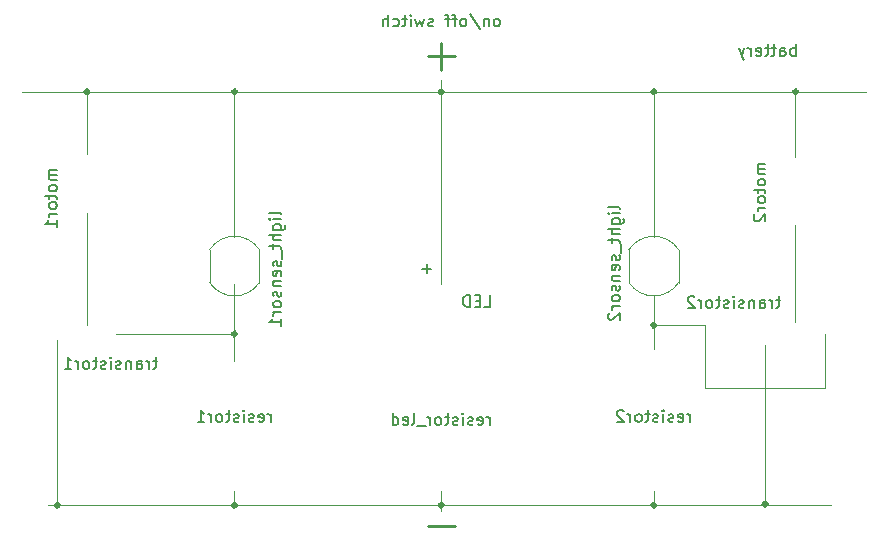
<source format=gbr>
%TF.GenerationSoftware,KiCad,Pcbnew,8.0.6*%
%TF.CreationDate,2024-11-17T18:19:46+01:00*%
%TF.ProjectId,MakerBot,4d616b65-7242-46f7-942e-6b696361645f,rev?*%
%TF.SameCoordinates,Original*%
%TF.FileFunction,Legend,Bot*%
%TF.FilePolarity,Positive*%
%FSLAX46Y46*%
G04 Gerber Fmt 4.6, Leading zero omitted, Abs format (unit mm)*
G04 Created by KiCad (PCBNEW 8.0.6) date 2024-11-17 18:19:46*
%MOMM*%
%LPD*%
G01*
G04 APERTURE LIST*
%ADD10C,0.120000*%
%ADD11C,0.314000*%
%ADD12C,0.100000*%
%ADD13C,0.150000*%
%ADD14C,0.250000*%
G04 APERTURE END LIST*
D10*
X222504000Y-86106000D02*
X212344000Y-86106000D01*
X217424000Y-95904000D02*
X217424000Y-82404000D01*
D11*
X208161000Y-61000000D02*
G75*
G02*
X207847000Y-61000000I-157000J0D01*
G01*
X207847000Y-61000000D02*
G75*
G02*
X208161000Y-61000000I157000J0D01*
G01*
X190161000Y-96000000D02*
G75*
G02*
X189847000Y-96000000I-157000J0D01*
G01*
X189847000Y-96000000D02*
G75*
G02*
X190161000Y-96000000I157000J0D01*
G01*
D10*
X160000000Y-80750000D02*
X160000000Y-71250000D01*
X156750000Y-96000000D02*
X223000000Y-96000000D01*
D11*
X217581000Y-95904000D02*
G75*
G02*
X217267000Y-95904000I-157000J0D01*
G01*
X217267000Y-95904000D02*
G75*
G02*
X217581000Y-95904000I157000J0D01*
G01*
D10*
X220000000Y-80500000D02*
X220000000Y-72250000D01*
X226000000Y-61000000D02*
X154500000Y-61000000D01*
X212344000Y-86106000D02*
X212344000Y-80772000D01*
X190000000Y-96500000D02*
X190000000Y-94750000D01*
D11*
X208161000Y-96000000D02*
G75*
G02*
X207847000Y-96000000I-157000J0D01*
G01*
X207847000Y-96000000D02*
G75*
G02*
X208161000Y-96000000I157000J0D01*
G01*
D12*
X172500000Y-81500000D02*
X162500000Y-81500000D01*
X172500000Y-77250000D02*
X172500000Y-83750000D01*
D10*
X190000000Y-60000000D02*
X190000000Y-77250000D01*
D11*
X172657000Y-81500000D02*
G75*
G02*
X172343000Y-81500000I-157000J0D01*
G01*
X172343000Y-81500000D02*
G75*
G02*
X172657000Y-81500000I157000J0D01*
G01*
D10*
X208000000Y-96000000D02*
X208000000Y-94750000D01*
X220000000Y-66500000D02*
X220000000Y-61000000D01*
D11*
X190161000Y-61000000D02*
G75*
G02*
X189847000Y-61000000I-157000J0D01*
G01*
X189847000Y-61000000D02*
G75*
G02*
X190161000Y-61000000I157000J0D01*
G01*
D10*
X212344000Y-80772000D02*
X208000000Y-80772000D01*
D11*
X172661000Y-61000000D02*
G75*
G02*
X172347000Y-61000000I-157000J0D01*
G01*
X172347000Y-61000000D02*
G75*
G02*
X172661000Y-61000000I157000J0D01*
G01*
D10*
X222504000Y-81534000D02*
X222504000Y-86106000D01*
D11*
X172661000Y-96000000D02*
G75*
G02*
X172347000Y-96000000I-157000J0D01*
G01*
X172347000Y-96000000D02*
G75*
G02*
X172661000Y-96000000I157000J0D01*
G01*
X160161000Y-61000000D02*
G75*
G02*
X159847000Y-61000000I-157000J0D01*
G01*
X159847000Y-61000000D02*
G75*
G02*
X160161000Y-61000000I157000J0D01*
G01*
X220157000Y-61000000D02*
G75*
G02*
X219843000Y-61000000I-157000J0D01*
G01*
X219843000Y-61000000D02*
G75*
G02*
X220157000Y-61000000I157000J0D01*
G01*
D10*
X160000000Y-61000000D02*
X160000000Y-66250000D01*
X172500000Y-61000000D02*
X172500000Y-73250000D01*
X157500000Y-96000000D02*
X157500000Y-82000000D01*
X172500000Y-96000000D02*
X172500000Y-94750000D01*
X208000000Y-61000000D02*
X208000000Y-73250000D01*
D11*
X157661000Y-96000000D02*
G75*
G02*
X157347000Y-96000000I-157000J0D01*
G01*
X157347000Y-96000000D02*
G75*
G02*
X157661000Y-96000000I157000J0D01*
G01*
X208157000Y-80772000D02*
G75*
G02*
X207843000Y-80772000I-157000J0D01*
G01*
X207843000Y-80772000D02*
G75*
G02*
X208157000Y-80772000I157000J0D01*
G01*
D10*
X208000000Y-82750000D02*
X208000000Y-78250000D01*
D13*
X189163220Y-75988866D02*
X188401316Y-75988866D01*
X188782268Y-76369819D02*
X188782268Y-75607914D01*
D14*
X191164473Y-97727000D02*
X188878759Y-97727000D01*
X191164473Y-57977000D02*
X188878759Y-57977000D01*
X190021616Y-59119857D02*
X190021616Y-56834142D01*
D13*
X194119048Y-89204819D02*
X194119048Y-88538152D01*
X194119048Y-88728628D02*
X194071429Y-88633390D01*
X194071429Y-88633390D02*
X194023810Y-88585771D01*
X194023810Y-88585771D02*
X193928572Y-88538152D01*
X193928572Y-88538152D02*
X193833334Y-88538152D01*
X193119048Y-89157200D02*
X193214286Y-89204819D01*
X193214286Y-89204819D02*
X193404762Y-89204819D01*
X193404762Y-89204819D02*
X193500000Y-89157200D01*
X193500000Y-89157200D02*
X193547619Y-89061961D01*
X193547619Y-89061961D02*
X193547619Y-88681009D01*
X193547619Y-88681009D02*
X193500000Y-88585771D01*
X193500000Y-88585771D02*
X193404762Y-88538152D01*
X193404762Y-88538152D02*
X193214286Y-88538152D01*
X193214286Y-88538152D02*
X193119048Y-88585771D01*
X193119048Y-88585771D02*
X193071429Y-88681009D01*
X193071429Y-88681009D02*
X193071429Y-88776247D01*
X193071429Y-88776247D02*
X193547619Y-88871485D01*
X192690476Y-89157200D02*
X192595238Y-89204819D01*
X192595238Y-89204819D02*
X192404762Y-89204819D01*
X192404762Y-89204819D02*
X192309524Y-89157200D01*
X192309524Y-89157200D02*
X192261905Y-89061961D01*
X192261905Y-89061961D02*
X192261905Y-89014342D01*
X192261905Y-89014342D02*
X192309524Y-88919104D01*
X192309524Y-88919104D02*
X192404762Y-88871485D01*
X192404762Y-88871485D02*
X192547619Y-88871485D01*
X192547619Y-88871485D02*
X192642857Y-88823866D01*
X192642857Y-88823866D02*
X192690476Y-88728628D01*
X192690476Y-88728628D02*
X192690476Y-88681009D01*
X192690476Y-88681009D02*
X192642857Y-88585771D01*
X192642857Y-88585771D02*
X192547619Y-88538152D01*
X192547619Y-88538152D02*
X192404762Y-88538152D01*
X192404762Y-88538152D02*
X192309524Y-88585771D01*
X191833333Y-89204819D02*
X191833333Y-88538152D01*
X191833333Y-88204819D02*
X191880952Y-88252438D01*
X191880952Y-88252438D02*
X191833333Y-88300057D01*
X191833333Y-88300057D02*
X191785714Y-88252438D01*
X191785714Y-88252438D02*
X191833333Y-88204819D01*
X191833333Y-88204819D02*
X191833333Y-88300057D01*
X191404762Y-89157200D02*
X191309524Y-89204819D01*
X191309524Y-89204819D02*
X191119048Y-89204819D01*
X191119048Y-89204819D02*
X191023810Y-89157200D01*
X191023810Y-89157200D02*
X190976191Y-89061961D01*
X190976191Y-89061961D02*
X190976191Y-89014342D01*
X190976191Y-89014342D02*
X191023810Y-88919104D01*
X191023810Y-88919104D02*
X191119048Y-88871485D01*
X191119048Y-88871485D02*
X191261905Y-88871485D01*
X191261905Y-88871485D02*
X191357143Y-88823866D01*
X191357143Y-88823866D02*
X191404762Y-88728628D01*
X191404762Y-88728628D02*
X191404762Y-88681009D01*
X191404762Y-88681009D02*
X191357143Y-88585771D01*
X191357143Y-88585771D02*
X191261905Y-88538152D01*
X191261905Y-88538152D02*
X191119048Y-88538152D01*
X191119048Y-88538152D02*
X191023810Y-88585771D01*
X190690476Y-88538152D02*
X190309524Y-88538152D01*
X190547619Y-88204819D02*
X190547619Y-89061961D01*
X190547619Y-89061961D02*
X190500000Y-89157200D01*
X190500000Y-89157200D02*
X190404762Y-89204819D01*
X190404762Y-89204819D02*
X190309524Y-89204819D01*
X189833333Y-89204819D02*
X189928571Y-89157200D01*
X189928571Y-89157200D02*
X189976190Y-89109580D01*
X189976190Y-89109580D02*
X190023809Y-89014342D01*
X190023809Y-89014342D02*
X190023809Y-88728628D01*
X190023809Y-88728628D02*
X189976190Y-88633390D01*
X189976190Y-88633390D02*
X189928571Y-88585771D01*
X189928571Y-88585771D02*
X189833333Y-88538152D01*
X189833333Y-88538152D02*
X189690476Y-88538152D01*
X189690476Y-88538152D02*
X189595238Y-88585771D01*
X189595238Y-88585771D02*
X189547619Y-88633390D01*
X189547619Y-88633390D02*
X189500000Y-88728628D01*
X189500000Y-88728628D02*
X189500000Y-89014342D01*
X189500000Y-89014342D02*
X189547619Y-89109580D01*
X189547619Y-89109580D02*
X189595238Y-89157200D01*
X189595238Y-89157200D02*
X189690476Y-89204819D01*
X189690476Y-89204819D02*
X189833333Y-89204819D01*
X189071428Y-89204819D02*
X189071428Y-88538152D01*
X189071428Y-88728628D02*
X189023809Y-88633390D01*
X189023809Y-88633390D02*
X188976190Y-88585771D01*
X188976190Y-88585771D02*
X188880952Y-88538152D01*
X188880952Y-88538152D02*
X188785714Y-88538152D01*
X188690476Y-89300057D02*
X187928571Y-89300057D01*
X187547618Y-89204819D02*
X187642856Y-89157200D01*
X187642856Y-89157200D02*
X187690475Y-89061961D01*
X187690475Y-89061961D02*
X187690475Y-88204819D01*
X186785713Y-89157200D02*
X186880951Y-89204819D01*
X186880951Y-89204819D02*
X187071427Y-89204819D01*
X187071427Y-89204819D02*
X187166665Y-89157200D01*
X187166665Y-89157200D02*
X187214284Y-89061961D01*
X187214284Y-89061961D02*
X187214284Y-88681009D01*
X187214284Y-88681009D02*
X187166665Y-88585771D01*
X187166665Y-88585771D02*
X187071427Y-88538152D01*
X187071427Y-88538152D02*
X186880951Y-88538152D01*
X186880951Y-88538152D02*
X186785713Y-88585771D01*
X186785713Y-88585771D02*
X186738094Y-88681009D01*
X186738094Y-88681009D02*
X186738094Y-88776247D01*
X186738094Y-88776247D02*
X187214284Y-88871485D01*
X185880951Y-89204819D02*
X185880951Y-88204819D01*
X185880951Y-89157200D02*
X185976189Y-89204819D01*
X185976189Y-89204819D02*
X186166665Y-89204819D01*
X186166665Y-89204819D02*
X186261903Y-89157200D01*
X186261903Y-89157200D02*
X186309522Y-89109580D01*
X186309522Y-89109580D02*
X186357141Y-89014342D01*
X186357141Y-89014342D02*
X186357141Y-88728628D01*
X186357141Y-88728628D02*
X186309522Y-88633390D01*
X186309522Y-88633390D02*
X186261903Y-88585771D01*
X186261903Y-88585771D02*
X186166665Y-88538152D01*
X186166665Y-88538152D02*
X185976189Y-88538152D01*
X185976189Y-88538152D02*
X185880951Y-88585771D01*
X194785714Y-55454819D02*
X194880952Y-55407200D01*
X194880952Y-55407200D02*
X194928571Y-55359580D01*
X194928571Y-55359580D02*
X194976190Y-55264342D01*
X194976190Y-55264342D02*
X194976190Y-54978628D01*
X194976190Y-54978628D02*
X194928571Y-54883390D01*
X194928571Y-54883390D02*
X194880952Y-54835771D01*
X194880952Y-54835771D02*
X194785714Y-54788152D01*
X194785714Y-54788152D02*
X194642857Y-54788152D01*
X194642857Y-54788152D02*
X194547619Y-54835771D01*
X194547619Y-54835771D02*
X194500000Y-54883390D01*
X194500000Y-54883390D02*
X194452381Y-54978628D01*
X194452381Y-54978628D02*
X194452381Y-55264342D01*
X194452381Y-55264342D02*
X194500000Y-55359580D01*
X194500000Y-55359580D02*
X194547619Y-55407200D01*
X194547619Y-55407200D02*
X194642857Y-55454819D01*
X194642857Y-55454819D02*
X194785714Y-55454819D01*
X194023809Y-54788152D02*
X194023809Y-55454819D01*
X194023809Y-54883390D02*
X193976190Y-54835771D01*
X193976190Y-54835771D02*
X193880952Y-54788152D01*
X193880952Y-54788152D02*
X193738095Y-54788152D01*
X193738095Y-54788152D02*
X193642857Y-54835771D01*
X193642857Y-54835771D02*
X193595238Y-54931009D01*
X193595238Y-54931009D02*
X193595238Y-55454819D01*
X192404762Y-54407200D02*
X193261904Y-55692914D01*
X191928571Y-55454819D02*
X192023809Y-55407200D01*
X192023809Y-55407200D02*
X192071428Y-55359580D01*
X192071428Y-55359580D02*
X192119047Y-55264342D01*
X192119047Y-55264342D02*
X192119047Y-54978628D01*
X192119047Y-54978628D02*
X192071428Y-54883390D01*
X192071428Y-54883390D02*
X192023809Y-54835771D01*
X192023809Y-54835771D02*
X191928571Y-54788152D01*
X191928571Y-54788152D02*
X191785714Y-54788152D01*
X191785714Y-54788152D02*
X191690476Y-54835771D01*
X191690476Y-54835771D02*
X191642857Y-54883390D01*
X191642857Y-54883390D02*
X191595238Y-54978628D01*
X191595238Y-54978628D02*
X191595238Y-55264342D01*
X191595238Y-55264342D02*
X191642857Y-55359580D01*
X191642857Y-55359580D02*
X191690476Y-55407200D01*
X191690476Y-55407200D02*
X191785714Y-55454819D01*
X191785714Y-55454819D02*
X191928571Y-55454819D01*
X191309523Y-54788152D02*
X190928571Y-54788152D01*
X191166666Y-55454819D02*
X191166666Y-54597676D01*
X191166666Y-54597676D02*
X191119047Y-54502438D01*
X191119047Y-54502438D02*
X191023809Y-54454819D01*
X191023809Y-54454819D02*
X190928571Y-54454819D01*
X190738094Y-54788152D02*
X190357142Y-54788152D01*
X190595237Y-55454819D02*
X190595237Y-54597676D01*
X190595237Y-54597676D02*
X190547618Y-54502438D01*
X190547618Y-54502438D02*
X190452380Y-54454819D01*
X190452380Y-54454819D02*
X190357142Y-54454819D01*
X189309522Y-55407200D02*
X189214284Y-55454819D01*
X189214284Y-55454819D02*
X189023808Y-55454819D01*
X189023808Y-55454819D02*
X188928570Y-55407200D01*
X188928570Y-55407200D02*
X188880951Y-55311961D01*
X188880951Y-55311961D02*
X188880951Y-55264342D01*
X188880951Y-55264342D02*
X188928570Y-55169104D01*
X188928570Y-55169104D02*
X189023808Y-55121485D01*
X189023808Y-55121485D02*
X189166665Y-55121485D01*
X189166665Y-55121485D02*
X189261903Y-55073866D01*
X189261903Y-55073866D02*
X189309522Y-54978628D01*
X189309522Y-54978628D02*
X189309522Y-54931009D01*
X189309522Y-54931009D02*
X189261903Y-54835771D01*
X189261903Y-54835771D02*
X189166665Y-54788152D01*
X189166665Y-54788152D02*
X189023808Y-54788152D01*
X189023808Y-54788152D02*
X188928570Y-54835771D01*
X188547617Y-54788152D02*
X188357141Y-55454819D01*
X188357141Y-55454819D02*
X188166665Y-54978628D01*
X188166665Y-54978628D02*
X187976189Y-55454819D01*
X187976189Y-55454819D02*
X187785713Y-54788152D01*
X187404760Y-55454819D02*
X187404760Y-54788152D01*
X187404760Y-54454819D02*
X187452379Y-54502438D01*
X187452379Y-54502438D02*
X187404760Y-54550057D01*
X187404760Y-54550057D02*
X187357141Y-54502438D01*
X187357141Y-54502438D02*
X187404760Y-54454819D01*
X187404760Y-54454819D02*
X187404760Y-54550057D01*
X187071427Y-54788152D02*
X186690475Y-54788152D01*
X186928570Y-54454819D02*
X186928570Y-55311961D01*
X186928570Y-55311961D02*
X186880951Y-55407200D01*
X186880951Y-55407200D02*
X186785713Y-55454819D01*
X186785713Y-55454819D02*
X186690475Y-55454819D01*
X185928570Y-55407200D02*
X186023808Y-55454819D01*
X186023808Y-55454819D02*
X186214284Y-55454819D01*
X186214284Y-55454819D02*
X186309522Y-55407200D01*
X186309522Y-55407200D02*
X186357141Y-55359580D01*
X186357141Y-55359580D02*
X186404760Y-55264342D01*
X186404760Y-55264342D02*
X186404760Y-54978628D01*
X186404760Y-54978628D02*
X186357141Y-54883390D01*
X186357141Y-54883390D02*
X186309522Y-54835771D01*
X186309522Y-54835771D02*
X186214284Y-54788152D01*
X186214284Y-54788152D02*
X186023808Y-54788152D01*
X186023808Y-54788152D02*
X185928570Y-54835771D01*
X185499998Y-55454819D02*
X185499998Y-54454819D01*
X185071427Y-55454819D02*
X185071427Y-54931009D01*
X185071427Y-54931009D02*
X185119046Y-54835771D01*
X185119046Y-54835771D02*
X185214284Y-54788152D01*
X185214284Y-54788152D02*
X185357141Y-54788152D01*
X185357141Y-54788152D02*
X185452379Y-54835771D01*
X185452379Y-54835771D02*
X185499998Y-54883390D01*
X217454819Y-67095238D02*
X216788152Y-67095238D01*
X216883390Y-67095238D02*
X216835771Y-67142857D01*
X216835771Y-67142857D02*
X216788152Y-67238095D01*
X216788152Y-67238095D02*
X216788152Y-67380952D01*
X216788152Y-67380952D02*
X216835771Y-67476190D01*
X216835771Y-67476190D02*
X216931009Y-67523809D01*
X216931009Y-67523809D02*
X217454819Y-67523809D01*
X216931009Y-67523809D02*
X216835771Y-67571428D01*
X216835771Y-67571428D02*
X216788152Y-67666666D01*
X216788152Y-67666666D02*
X216788152Y-67809523D01*
X216788152Y-67809523D02*
X216835771Y-67904762D01*
X216835771Y-67904762D02*
X216931009Y-67952381D01*
X216931009Y-67952381D02*
X217454819Y-67952381D01*
X217454819Y-68571428D02*
X217407200Y-68476190D01*
X217407200Y-68476190D02*
X217359580Y-68428571D01*
X217359580Y-68428571D02*
X217264342Y-68380952D01*
X217264342Y-68380952D02*
X216978628Y-68380952D01*
X216978628Y-68380952D02*
X216883390Y-68428571D01*
X216883390Y-68428571D02*
X216835771Y-68476190D01*
X216835771Y-68476190D02*
X216788152Y-68571428D01*
X216788152Y-68571428D02*
X216788152Y-68714285D01*
X216788152Y-68714285D02*
X216835771Y-68809523D01*
X216835771Y-68809523D02*
X216883390Y-68857142D01*
X216883390Y-68857142D02*
X216978628Y-68904761D01*
X216978628Y-68904761D02*
X217264342Y-68904761D01*
X217264342Y-68904761D02*
X217359580Y-68857142D01*
X217359580Y-68857142D02*
X217407200Y-68809523D01*
X217407200Y-68809523D02*
X217454819Y-68714285D01*
X217454819Y-68714285D02*
X217454819Y-68571428D01*
X216788152Y-69190476D02*
X216788152Y-69571428D01*
X216454819Y-69333333D02*
X217311961Y-69333333D01*
X217311961Y-69333333D02*
X217407200Y-69380952D01*
X217407200Y-69380952D02*
X217454819Y-69476190D01*
X217454819Y-69476190D02*
X217454819Y-69571428D01*
X217454819Y-70047619D02*
X217407200Y-69952381D01*
X217407200Y-69952381D02*
X217359580Y-69904762D01*
X217359580Y-69904762D02*
X217264342Y-69857143D01*
X217264342Y-69857143D02*
X216978628Y-69857143D01*
X216978628Y-69857143D02*
X216883390Y-69904762D01*
X216883390Y-69904762D02*
X216835771Y-69952381D01*
X216835771Y-69952381D02*
X216788152Y-70047619D01*
X216788152Y-70047619D02*
X216788152Y-70190476D01*
X216788152Y-70190476D02*
X216835771Y-70285714D01*
X216835771Y-70285714D02*
X216883390Y-70333333D01*
X216883390Y-70333333D02*
X216978628Y-70380952D01*
X216978628Y-70380952D02*
X217264342Y-70380952D01*
X217264342Y-70380952D02*
X217359580Y-70333333D01*
X217359580Y-70333333D02*
X217407200Y-70285714D01*
X217407200Y-70285714D02*
X217454819Y-70190476D01*
X217454819Y-70190476D02*
X217454819Y-70047619D01*
X217454819Y-70809524D02*
X216788152Y-70809524D01*
X216978628Y-70809524D02*
X216883390Y-70857143D01*
X216883390Y-70857143D02*
X216835771Y-70904762D01*
X216835771Y-70904762D02*
X216788152Y-71000000D01*
X216788152Y-71000000D02*
X216788152Y-71095238D01*
X216550057Y-71380953D02*
X216502438Y-71428572D01*
X216502438Y-71428572D02*
X216454819Y-71523810D01*
X216454819Y-71523810D02*
X216454819Y-71761905D01*
X216454819Y-71761905D02*
X216502438Y-71857143D01*
X216502438Y-71857143D02*
X216550057Y-71904762D01*
X216550057Y-71904762D02*
X216645295Y-71952381D01*
X216645295Y-71952381D02*
X216740533Y-71952381D01*
X216740533Y-71952381D02*
X216883390Y-71904762D01*
X216883390Y-71904762D02*
X217454819Y-71333334D01*
X217454819Y-71333334D02*
X217454819Y-71952381D01*
X211071428Y-88954819D02*
X211071428Y-88288152D01*
X211071428Y-88478628D02*
X211023809Y-88383390D01*
X211023809Y-88383390D02*
X210976190Y-88335771D01*
X210976190Y-88335771D02*
X210880952Y-88288152D01*
X210880952Y-88288152D02*
X210785714Y-88288152D01*
X210071428Y-88907200D02*
X210166666Y-88954819D01*
X210166666Y-88954819D02*
X210357142Y-88954819D01*
X210357142Y-88954819D02*
X210452380Y-88907200D01*
X210452380Y-88907200D02*
X210499999Y-88811961D01*
X210499999Y-88811961D02*
X210499999Y-88431009D01*
X210499999Y-88431009D02*
X210452380Y-88335771D01*
X210452380Y-88335771D02*
X210357142Y-88288152D01*
X210357142Y-88288152D02*
X210166666Y-88288152D01*
X210166666Y-88288152D02*
X210071428Y-88335771D01*
X210071428Y-88335771D02*
X210023809Y-88431009D01*
X210023809Y-88431009D02*
X210023809Y-88526247D01*
X210023809Y-88526247D02*
X210499999Y-88621485D01*
X209642856Y-88907200D02*
X209547618Y-88954819D01*
X209547618Y-88954819D02*
X209357142Y-88954819D01*
X209357142Y-88954819D02*
X209261904Y-88907200D01*
X209261904Y-88907200D02*
X209214285Y-88811961D01*
X209214285Y-88811961D02*
X209214285Y-88764342D01*
X209214285Y-88764342D02*
X209261904Y-88669104D01*
X209261904Y-88669104D02*
X209357142Y-88621485D01*
X209357142Y-88621485D02*
X209499999Y-88621485D01*
X209499999Y-88621485D02*
X209595237Y-88573866D01*
X209595237Y-88573866D02*
X209642856Y-88478628D01*
X209642856Y-88478628D02*
X209642856Y-88431009D01*
X209642856Y-88431009D02*
X209595237Y-88335771D01*
X209595237Y-88335771D02*
X209499999Y-88288152D01*
X209499999Y-88288152D02*
X209357142Y-88288152D01*
X209357142Y-88288152D02*
X209261904Y-88335771D01*
X208785713Y-88954819D02*
X208785713Y-88288152D01*
X208785713Y-87954819D02*
X208833332Y-88002438D01*
X208833332Y-88002438D02*
X208785713Y-88050057D01*
X208785713Y-88050057D02*
X208738094Y-88002438D01*
X208738094Y-88002438D02*
X208785713Y-87954819D01*
X208785713Y-87954819D02*
X208785713Y-88050057D01*
X208357142Y-88907200D02*
X208261904Y-88954819D01*
X208261904Y-88954819D02*
X208071428Y-88954819D01*
X208071428Y-88954819D02*
X207976190Y-88907200D01*
X207976190Y-88907200D02*
X207928571Y-88811961D01*
X207928571Y-88811961D02*
X207928571Y-88764342D01*
X207928571Y-88764342D02*
X207976190Y-88669104D01*
X207976190Y-88669104D02*
X208071428Y-88621485D01*
X208071428Y-88621485D02*
X208214285Y-88621485D01*
X208214285Y-88621485D02*
X208309523Y-88573866D01*
X208309523Y-88573866D02*
X208357142Y-88478628D01*
X208357142Y-88478628D02*
X208357142Y-88431009D01*
X208357142Y-88431009D02*
X208309523Y-88335771D01*
X208309523Y-88335771D02*
X208214285Y-88288152D01*
X208214285Y-88288152D02*
X208071428Y-88288152D01*
X208071428Y-88288152D02*
X207976190Y-88335771D01*
X207642856Y-88288152D02*
X207261904Y-88288152D01*
X207499999Y-87954819D02*
X207499999Y-88811961D01*
X207499999Y-88811961D02*
X207452380Y-88907200D01*
X207452380Y-88907200D02*
X207357142Y-88954819D01*
X207357142Y-88954819D02*
X207261904Y-88954819D01*
X206785713Y-88954819D02*
X206880951Y-88907200D01*
X206880951Y-88907200D02*
X206928570Y-88859580D01*
X206928570Y-88859580D02*
X206976189Y-88764342D01*
X206976189Y-88764342D02*
X206976189Y-88478628D01*
X206976189Y-88478628D02*
X206928570Y-88383390D01*
X206928570Y-88383390D02*
X206880951Y-88335771D01*
X206880951Y-88335771D02*
X206785713Y-88288152D01*
X206785713Y-88288152D02*
X206642856Y-88288152D01*
X206642856Y-88288152D02*
X206547618Y-88335771D01*
X206547618Y-88335771D02*
X206499999Y-88383390D01*
X206499999Y-88383390D02*
X206452380Y-88478628D01*
X206452380Y-88478628D02*
X206452380Y-88764342D01*
X206452380Y-88764342D02*
X206499999Y-88859580D01*
X206499999Y-88859580D02*
X206547618Y-88907200D01*
X206547618Y-88907200D02*
X206642856Y-88954819D01*
X206642856Y-88954819D02*
X206785713Y-88954819D01*
X206023808Y-88954819D02*
X206023808Y-88288152D01*
X206023808Y-88478628D02*
X205976189Y-88383390D01*
X205976189Y-88383390D02*
X205928570Y-88335771D01*
X205928570Y-88335771D02*
X205833332Y-88288152D01*
X205833332Y-88288152D02*
X205738094Y-88288152D01*
X205452379Y-88050057D02*
X205404760Y-88002438D01*
X205404760Y-88002438D02*
X205309522Y-87954819D01*
X205309522Y-87954819D02*
X205071427Y-87954819D01*
X205071427Y-87954819D02*
X204976189Y-88002438D01*
X204976189Y-88002438D02*
X204928570Y-88050057D01*
X204928570Y-88050057D02*
X204880951Y-88145295D01*
X204880951Y-88145295D02*
X204880951Y-88240533D01*
X204880951Y-88240533D02*
X204928570Y-88383390D01*
X204928570Y-88383390D02*
X205499998Y-88954819D01*
X205499998Y-88954819D02*
X204880951Y-88954819D01*
X157454819Y-67595238D02*
X156788152Y-67595238D01*
X156883390Y-67595238D02*
X156835771Y-67642857D01*
X156835771Y-67642857D02*
X156788152Y-67738095D01*
X156788152Y-67738095D02*
X156788152Y-67880952D01*
X156788152Y-67880952D02*
X156835771Y-67976190D01*
X156835771Y-67976190D02*
X156931009Y-68023809D01*
X156931009Y-68023809D02*
X157454819Y-68023809D01*
X156931009Y-68023809D02*
X156835771Y-68071428D01*
X156835771Y-68071428D02*
X156788152Y-68166666D01*
X156788152Y-68166666D02*
X156788152Y-68309523D01*
X156788152Y-68309523D02*
X156835771Y-68404762D01*
X156835771Y-68404762D02*
X156931009Y-68452381D01*
X156931009Y-68452381D02*
X157454819Y-68452381D01*
X157454819Y-69071428D02*
X157407200Y-68976190D01*
X157407200Y-68976190D02*
X157359580Y-68928571D01*
X157359580Y-68928571D02*
X157264342Y-68880952D01*
X157264342Y-68880952D02*
X156978628Y-68880952D01*
X156978628Y-68880952D02*
X156883390Y-68928571D01*
X156883390Y-68928571D02*
X156835771Y-68976190D01*
X156835771Y-68976190D02*
X156788152Y-69071428D01*
X156788152Y-69071428D02*
X156788152Y-69214285D01*
X156788152Y-69214285D02*
X156835771Y-69309523D01*
X156835771Y-69309523D02*
X156883390Y-69357142D01*
X156883390Y-69357142D02*
X156978628Y-69404761D01*
X156978628Y-69404761D02*
X157264342Y-69404761D01*
X157264342Y-69404761D02*
X157359580Y-69357142D01*
X157359580Y-69357142D02*
X157407200Y-69309523D01*
X157407200Y-69309523D02*
X157454819Y-69214285D01*
X157454819Y-69214285D02*
X157454819Y-69071428D01*
X156788152Y-69690476D02*
X156788152Y-70071428D01*
X156454819Y-69833333D02*
X157311961Y-69833333D01*
X157311961Y-69833333D02*
X157407200Y-69880952D01*
X157407200Y-69880952D02*
X157454819Y-69976190D01*
X157454819Y-69976190D02*
X157454819Y-70071428D01*
X157454819Y-70547619D02*
X157407200Y-70452381D01*
X157407200Y-70452381D02*
X157359580Y-70404762D01*
X157359580Y-70404762D02*
X157264342Y-70357143D01*
X157264342Y-70357143D02*
X156978628Y-70357143D01*
X156978628Y-70357143D02*
X156883390Y-70404762D01*
X156883390Y-70404762D02*
X156835771Y-70452381D01*
X156835771Y-70452381D02*
X156788152Y-70547619D01*
X156788152Y-70547619D02*
X156788152Y-70690476D01*
X156788152Y-70690476D02*
X156835771Y-70785714D01*
X156835771Y-70785714D02*
X156883390Y-70833333D01*
X156883390Y-70833333D02*
X156978628Y-70880952D01*
X156978628Y-70880952D02*
X157264342Y-70880952D01*
X157264342Y-70880952D02*
X157359580Y-70833333D01*
X157359580Y-70833333D02*
X157407200Y-70785714D01*
X157407200Y-70785714D02*
X157454819Y-70690476D01*
X157454819Y-70690476D02*
X157454819Y-70547619D01*
X157454819Y-71309524D02*
X156788152Y-71309524D01*
X156978628Y-71309524D02*
X156883390Y-71357143D01*
X156883390Y-71357143D02*
X156835771Y-71404762D01*
X156835771Y-71404762D02*
X156788152Y-71500000D01*
X156788152Y-71500000D02*
X156788152Y-71595238D01*
X157454819Y-72452381D02*
X157454819Y-71880953D01*
X157454819Y-72166667D02*
X156454819Y-72166667D01*
X156454819Y-72166667D02*
X156597676Y-72071429D01*
X156597676Y-72071429D02*
X156692914Y-71976191D01*
X156692914Y-71976191D02*
X156740533Y-71880953D01*
X218726190Y-78627152D02*
X218345238Y-78627152D01*
X218583333Y-78293819D02*
X218583333Y-79150961D01*
X218583333Y-79150961D02*
X218535714Y-79246200D01*
X218535714Y-79246200D02*
X218440476Y-79293819D01*
X218440476Y-79293819D02*
X218345238Y-79293819D01*
X218011904Y-79293819D02*
X218011904Y-78627152D01*
X218011904Y-78817628D02*
X217964285Y-78722390D01*
X217964285Y-78722390D02*
X217916666Y-78674771D01*
X217916666Y-78674771D02*
X217821428Y-78627152D01*
X217821428Y-78627152D02*
X217726190Y-78627152D01*
X216964285Y-79293819D02*
X216964285Y-78770009D01*
X216964285Y-78770009D02*
X217011904Y-78674771D01*
X217011904Y-78674771D02*
X217107142Y-78627152D01*
X217107142Y-78627152D02*
X217297618Y-78627152D01*
X217297618Y-78627152D02*
X217392856Y-78674771D01*
X216964285Y-79246200D02*
X217059523Y-79293819D01*
X217059523Y-79293819D02*
X217297618Y-79293819D01*
X217297618Y-79293819D02*
X217392856Y-79246200D01*
X217392856Y-79246200D02*
X217440475Y-79150961D01*
X217440475Y-79150961D02*
X217440475Y-79055723D01*
X217440475Y-79055723D02*
X217392856Y-78960485D01*
X217392856Y-78960485D02*
X217297618Y-78912866D01*
X217297618Y-78912866D02*
X217059523Y-78912866D01*
X217059523Y-78912866D02*
X216964285Y-78865247D01*
X216488094Y-78627152D02*
X216488094Y-79293819D01*
X216488094Y-78722390D02*
X216440475Y-78674771D01*
X216440475Y-78674771D02*
X216345237Y-78627152D01*
X216345237Y-78627152D02*
X216202380Y-78627152D01*
X216202380Y-78627152D02*
X216107142Y-78674771D01*
X216107142Y-78674771D02*
X216059523Y-78770009D01*
X216059523Y-78770009D02*
X216059523Y-79293819D01*
X215630951Y-79246200D02*
X215535713Y-79293819D01*
X215535713Y-79293819D02*
X215345237Y-79293819D01*
X215345237Y-79293819D02*
X215249999Y-79246200D01*
X215249999Y-79246200D02*
X215202380Y-79150961D01*
X215202380Y-79150961D02*
X215202380Y-79103342D01*
X215202380Y-79103342D02*
X215249999Y-79008104D01*
X215249999Y-79008104D02*
X215345237Y-78960485D01*
X215345237Y-78960485D02*
X215488094Y-78960485D01*
X215488094Y-78960485D02*
X215583332Y-78912866D01*
X215583332Y-78912866D02*
X215630951Y-78817628D01*
X215630951Y-78817628D02*
X215630951Y-78770009D01*
X215630951Y-78770009D02*
X215583332Y-78674771D01*
X215583332Y-78674771D02*
X215488094Y-78627152D01*
X215488094Y-78627152D02*
X215345237Y-78627152D01*
X215345237Y-78627152D02*
X215249999Y-78674771D01*
X214773808Y-79293819D02*
X214773808Y-78627152D01*
X214773808Y-78293819D02*
X214821427Y-78341438D01*
X214821427Y-78341438D02*
X214773808Y-78389057D01*
X214773808Y-78389057D02*
X214726189Y-78341438D01*
X214726189Y-78341438D02*
X214773808Y-78293819D01*
X214773808Y-78293819D02*
X214773808Y-78389057D01*
X214345237Y-79246200D02*
X214249999Y-79293819D01*
X214249999Y-79293819D02*
X214059523Y-79293819D01*
X214059523Y-79293819D02*
X213964285Y-79246200D01*
X213964285Y-79246200D02*
X213916666Y-79150961D01*
X213916666Y-79150961D02*
X213916666Y-79103342D01*
X213916666Y-79103342D02*
X213964285Y-79008104D01*
X213964285Y-79008104D02*
X214059523Y-78960485D01*
X214059523Y-78960485D02*
X214202380Y-78960485D01*
X214202380Y-78960485D02*
X214297618Y-78912866D01*
X214297618Y-78912866D02*
X214345237Y-78817628D01*
X214345237Y-78817628D02*
X214345237Y-78770009D01*
X214345237Y-78770009D02*
X214297618Y-78674771D01*
X214297618Y-78674771D02*
X214202380Y-78627152D01*
X214202380Y-78627152D02*
X214059523Y-78627152D01*
X214059523Y-78627152D02*
X213964285Y-78674771D01*
X213630951Y-78627152D02*
X213249999Y-78627152D01*
X213488094Y-78293819D02*
X213488094Y-79150961D01*
X213488094Y-79150961D02*
X213440475Y-79246200D01*
X213440475Y-79246200D02*
X213345237Y-79293819D01*
X213345237Y-79293819D02*
X213249999Y-79293819D01*
X212773808Y-79293819D02*
X212869046Y-79246200D01*
X212869046Y-79246200D02*
X212916665Y-79198580D01*
X212916665Y-79198580D02*
X212964284Y-79103342D01*
X212964284Y-79103342D02*
X212964284Y-78817628D01*
X212964284Y-78817628D02*
X212916665Y-78722390D01*
X212916665Y-78722390D02*
X212869046Y-78674771D01*
X212869046Y-78674771D02*
X212773808Y-78627152D01*
X212773808Y-78627152D02*
X212630951Y-78627152D01*
X212630951Y-78627152D02*
X212535713Y-78674771D01*
X212535713Y-78674771D02*
X212488094Y-78722390D01*
X212488094Y-78722390D02*
X212440475Y-78817628D01*
X212440475Y-78817628D02*
X212440475Y-79103342D01*
X212440475Y-79103342D02*
X212488094Y-79198580D01*
X212488094Y-79198580D02*
X212535713Y-79246200D01*
X212535713Y-79246200D02*
X212630951Y-79293819D01*
X212630951Y-79293819D02*
X212773808Y-79293819D01*
X212011903Y-79293819D02*
X212011903Y-78627152D01*
X212011903Y-78817628D02*
X211964284Y-78722390D01*
X211964284Y-78722390D02*
X211916665Y-78674771D01*
X211916665Y-78674771D02*
X211821427Y-78627152D01*
X211821427Y-78627152D02*
X211726189Y-78627152D01*
X211440474Y-78389057D02*
X211392855Y-78341438D01*
X211392855Y-78341438D02*
X211297617Y-78293819D01*
X211297617Y-78293819D02*
X211059522Y-78293819D01*
X211059522Y-78293819D02*
X210964284Y-78341438D01*
X210964284Y-78341438D02*
X210916665Y-78389057D01*
X210916665Y-78389057D02*
X210869046Y-78484295D01*
X210869046Y-78484295D02*
X210869046Y-78579533D01*
X210869046Y-78579533D02*
X210916665Y-78722390D01*
X210916665Y-78722390D02*
X211488093Y-79293819D01*
X211488093Y-79293819D02*
X210869046Y-79293819D01*
X175571428Y-88954819D02*
X175571428Y-88288152D01*
X175571428Y-88478628D02*
X175523809Y-88383390D01*
X175523809Y-88383390D02*
X175476190Y-88335771D01*
X175476190Y-88335771D02*
X175380952Y-88288152D01*
X175380952Y-88288152D02*
X175285714Y-88288152D01*
X174571428Y-88907200D02*
X174666666Y-88954819D01*
X174666666Y-88954819D02*
X174857142Y-88954819D01*
X174857142Y-88954819D02*
X174952380Y-88907200D01*
X174952380Y-88907200D02*
X174999999Y-88811961D01*
X174999999Y-88811961D02*
X174999999Y-88431009D01*
X174999999Y-88431009D02*
X174952380Y-88335771D01*
X174952380Y-88335771D02*
X174857142Y-88288152D01*
X174857142Y-88288152D02*
X174666666Y-88288152D01*
X174666666Y-88288152D02*
X174571428Y-88335771D01*
X174571428Y-88335771D02*
X174523809Y-88431009D01*
X174523809Y-88431009D02*
X174523809Y-88526247D01*
X174523809Y-88526247D02*
X174999999Y-88621485D01*
X174142856Y-88907200D02*
X174047618Y-88954819D01*
X174047618Y-88954819D02*
X173857142Y-88954819D01*
X173857142Y-88954819D02*
X173761904Y-88907200D01*
X173761904Y-88907200D02*
X173714285Y-88811961D01*
X173714285Y-88811961D02*
X173714285Y-88764342D01*
X173714285Y-88764342D02*
X173761904Y-88669104D01*
X173761904Y-88669104D02*
X173857142Y-88621485D01*
X173857142Y-88621485D02*
X173999999Y-88621485D01*
X173999999Y-88621485D02*
X174095237Y-88573866D01*
X174095237Y-88573866D02*
X174142856Y-88478628D01*
X174142856Y-88478628D02*
X174142856Y-88431009D01*
X174142856Y-88431009D02*
X174095237Y-88335771D01*
X174095237Y-88335771D02*
X173999999Y-88288152D01*
X173999999Y-88288152D02*
X173857142Y-88288152D01*
X173857142Y-88288152D02*
X173761904Y-88335771D01*
X173285713Y-88954819D02*
X173285713Y-88288152D01*
X173285713Y-87954819D02*
X173333332Y-88002438D01*
X173333332Y-88002438D02*
X173285713Y-88050057D01*
X173285713Y-88050057D02*
X173238094Y-88002438D01*
X173238094Y-88002438D02*
X173285713Y-87954819D01*
X173285713Y-87954819D02*
X173285713Y-88050057D01*
X172857142Y-88907200D02*
X172761904Y-88954819D01*
X172761904Y-88954819D02*
X172571428Y-88954819D01*
X172571428Y-88954819D02*
X172476190Y-88907200D01*
X172476190Y-88907200D02*
X172428571Y-88811961D01*
X172428571Y-88811961D02*
X172428571Y-88764342D01*
X172428571Y-88764342D02*
X172476190Y-88669104D01*
X172476190Y-88669104D02*
X172571428Y-88621485D01*
X172571428Y-88621485D02*
X172714285Y-88621485D01*
X172714285Y-88621485D02*
X172809523Y-88573866D01*
X172809523Y-88573866D02*
X172857142Y-88478628D01*
X172857142Y-88478628D02*
X172857142Y-88431009D01*
X172857142Y-88431009D02*
X172809523Y-88335771D01*
X172809523Y-88335771D02*
X172714285Y-88288152D01*
X172714285Y-88288152D02*
X172571428Y-88288152D01*
X172571428Y-88288152D02*
X172476190Y-88335771D01*
X172142856Y-88288152D02*
X171761904Y-88288152D01*
X171999999Y-87954819D02*
X171999999Y-88811961D01*
X171999999Y-88811961D02*
X171952380Y-88907200D01*
X171952380Y-88907200D02*
X171857142Y-88954819D01*
X171857142Y-88954819D02*
X171761904Y-88954819D01*
X171285713Y-88954819D02*
X171380951Y-88907200D01*
X171380951Y-88907200D02*
X171428570Y-88859580D01*
X171428570Y-88859580D02*
X171476189Y-88764342D01*
X171476189Y-88764342D02*
X171476189Y-88478628D01*
X171476189Y-88478628D02*
X171428570Y-88383390D01*
X171428570Y-88383390D02*
X171380951Y-88335771D01*
X171380951Y-88335771D02*
X171285713Y-88288152D01*
X171285713Y-88288152D02*
X171142856Y-88288152D01*
X171142856Y-88288152D02*
X171047618Y-88335771D01*
X171047618Y-88335771D02*
X170999999Y-88383390D01*
X170999999Y-88383390D02*
X170952380Y-88478628D01*
X170952380Y-88478628D02*
X170952380Y-88764342D01*
X170952380Y-88764342D02*
X170999999Y-88859580D01*
X170999999Y-88859580D02*
X171047618Y-88907200D01*
X171047618Y-88907200D02*
X171142856Y-88954819D01*
X171142856Y-88954819D02*
X171285713Y-88954819D01*
X170523808Y-88954819D02*
X170523808Y-88288152D01*
X170523808Y-88478628D02*
X170476189Y-88383390D01*
X170476189Y-88383390D02*
X170428570Y-88335771D01*
X170428570Y-88335771D02*
X170333332Y-88288152D01*
X170333332Y-88288152D02*
X170238094Y-88288152D01*
X169380951Y-88954819D02*
X169952379Y-88954819D01*
X169666665Y-88954819D02*
X169666665Y-87954819D01*
X169666665Y-87954819D02*
X169761903Y-88097676D01*
X169761903Y-88097676D02*
X169857141Y-88192914D01*
X169857141Y-88192914D02*
X169952379Y-88240533D01*
X220014643Y-57954819D02*
X220014643Y-56954819D01*
X220014643Y-57335771D02*
X219919405Y-57288152D01*
X219919405Y-57288152D02*
X219728929Y-57288152D01*
X219728929Y-57288152D02*
X219633691Y-57335771D01*
X219633691Y-57335771D02*
X219586072Y-57383390D01*
X219586072Y-57383390D02*
X219538453Y-57478628D01*
X219538453Y-57478628D02*
X219538453Y-57764342D01*
X219538453Y-57764342D02*
X219586072Y-57859580D01*
X219586072Y-57859580D02*
X219633691Y-57907200D01*
X219633691Y-57907200D02*
X219728929Y-57954819D01*
X219728929Y-57954819D02*
X219919405Y-57954819D01*
X219919405Y-57954819D02*
X220014643Y-57907200D01*
X218681310Y-57954819D02*
X218681310Y-57431009D01*
X218681310Y-57431009D02*
X218728929Y-57335771D01*
X218728929Y-57335771D02*
X218824167Y-57288152D01*
X218824167Y-57288152D02*
X219014643Y-57288152D01*
X219014643Y-57288152D02*
X219109881Y-57335771D01*
X218681310Y-57907200D02*
X218776548Y-57954819D01*
X218776548Y-57954819D02*
X219014643Y-57954819D01*
X219014643Y-57954819D02*
X219109881Y-57907200D01*
X219109881Y-57907200D02*
X219157500Y-57811961D01*
X219157500Y-57811961D02*
X219157500Y-57716723D01*
X219157500Y-57716723D02*
X219109881Y-57621485D01*
X219109881Y-57621485D02*
X219014643Y-57573866D01*
X219014643Y-57573866D02*
X218776548Y-57573866D01*
X218776548Y-57573866D02*
X218681310Y-57526247D01*
X218347976Y-57288152D02*
X217967024Y-57288152D01*
X218205119Y-56954819D02*
X218205119Y-57811961D01*
X218205119Y-57811961D02*
X218157500Y-57907200D01*
X218157500Y-57907200D02*
X218062262Y-57954819D01*
X218062262Y-57954819D02*
X217967024Y-57954819D01*
X217776547Y-57288152D02*
X217395595Y-57288152D01*
X217633690Y-56954819D02*
X217633690Y-57811961D01*
X217633690Y-57811961D02*
X217586071Y-57907200D01*
X217586071Y-57907200D02*
X217490833Y-57954819D01*
X217490833Y-57954819D02*
X217395595Y-57954819D01*
X216681309Y-57907200D02*
X216776547Y-57954819D01*
X216776547Y-57954819D02*
X216967023Y-57954819D01*
X216967023Y-57954819D02*
X217062261Y-57907200D01*
X217062261Y-57907200D02*
X217109880Y-57811961D01*
X217109880Y-57811961D02*
X217109880Y-57431009D01*
X217109880Y-57431009D02*
X217062261Y-57335771D01*
X217062261Y-57335771D02*
X216967023Y-57288152D01*
X216967023Y-57288152D02*
X216776547Y-57288152D01*
X216776547Y-57288152D02*
X216681309Y-57335771D01*
X216681309Y-57335771D02*
X216633690Y-57431009D01*
X216633690Y-57431009D02*
X216633690Y-57526247D01*
X216633690Y-57526247D02*
X217109880Y-57621485D01*
X216205118Y-57954819D02*
X216205118Y-57288152D01*
X216205118Y-57478628D02*
X216157499Y-57383390D01*
X216157499Y-57383390D02*
X216109880Y-57335771D01*
X216109880Y-57335771D02*
X216014642Y-57288152D01*
X216014642Y-57288152D02*
X215919404Y-57288152D01*
X215681308Y-57288152D02*
X215443213Y-57954819D01*
X215205118Y-57288152D02*
X215443213Y-57954819D01*
X215443213Y-57954819D02*
X215538451Y-58192914D01*
X215538451Y-58192914D02*
X215586070Y-58240533D01*
X215586070Y-58240533D02*
X215681308Y-58288152D01*
X193642857Y-79204819D02*
X194119047Y-79204819D01*
X194119047Y-79204819D02*
X194119047Y-78204819D01*
X193309523Y-78681009D02*
X192976190Y-78681009D01*
X192833333Y-79204819D02*
X193309523Y-79204819D01*
X193309523Y-79204819D02*
X193309523Y-78204819D01*
X193309523Y-78204819D02*
X192833333Y-78204819D01*
X192404761Y-79204819D02*
X192404761Y-78204819D01*
X192404761Y-78204819D02*
X192166666Y-78204819D01*
X192166666Y-78204819D02*
X192023809Y-78252438D01*
X192023809Y-78252438D02*
X191928571Y-78347676D01*
X191928571Y-78347676D02*
X191880952Y-78442914D01*
X191880952Y-78442914D02*
X191833333Y-78633390D01*
X191833333Y-78633390D02*
X191833333Y-78776247D01*
X191833333Y-78776247D02*
X191880952Y-78966723D01*
X191880952Y-78966723D02*
X191928571Y-79061961D01*
X191928571Y-79061961D02*
X192023809Y-79157200D01*
X192023809Y-79157200D02*
X192166666Y-79204819D01*
X192166666Y-79204819D02*
X192404761Y-79204819D01*
X165976190Y-83788152D02*
X165595238Y-83788152D01*
X165833333Y-83454819D02*
X165833333Y-84311961D01*
X165833333Y-84311961D02*
X165785714Y-84407200D01*
X165785714Y-84407200D02*
X165690476Y-84454819D01*
X165690476Y-84454819D02*
X165595238Y-84454819D01*
X165261904Y-84454819D02*
X165261904Y-83788152D01*
X165261904Y-83978628D02*
X165214285Y-83883390D01*
X165214285Y-83883390D02*
X165166666Y-83835771D01*
X165166666Y-83835771D02*
X165071428Y-83788152D01*
X165071428Y-83788152D02*
X164976190Y-83788152D01*
X164214285Y-84454819D02*
X164214285Y-83931009D01*
X164214285Y-83931009D02*
X164261904Y-83835771D01*
X164261904Y-83835771D02*
X164357142Y-83788152D01*
X164357142Y-83788152D02*
X164547618Y-83788152D01*
X164547618Y-83788152D02*
X164642856Y-83835771D01*
X164214285Y-84407200D02*
X164309523Y-84454819D01*
X164309523Y-84454819D02*
X164547618Y-84454819D01*
X164547618Y-84454819D02*
X164642856Y-84407200D01*
X164642856Y-84407200D02*
X164690475Y-84311961D01*
X164690475Y-84311961D02*
X164690475Y-84216723D01*
X164690475Y-84216723D02*
X164642856Y-84121485D01*
X164642856Y-84121485D02*
X164547618Y-84073866D01*
X164547618Y-84073866D02*
X164309523Y-84073866D01*
X164309523Y-84073866D02*
X164214285Y-84026247D01*
X163738094Y-83788152D02*
X163738094Y-84454819D01*
X163738094Y-83883390D02*
X163690475Y-83835771D01*
X163690475Y-83835771D02*
X163595237Y-83788152D01*
X163595237Y-83788152D02*
X163452380Y-83788152D01*
X163452380Y-83788152D02*
X163357142Y-83835771D01*
X163357142Y-83835771D02*
X163309523Y-83931009D01*
X163309523Y-83931009D02*
X163309523Y-84454819D01*
X162880951Y-84407200D02*
X162785713Y-84454819D01*
X162785713Y-84454819D02*
X162595237Y-84454819D01*
X162595237Y-84454819D02*
X162499999Y-84407200D01*
X162499999Y-84407200D02*
X162452380Y-84311961D01*
X162452380Y-84311961D02*
X162452380Y-84264342D01*
X162452380Y-84264342D02*
X162499999Y-84169104D01*
X162499999Y-84169104D02*
X162595237Y-84121485D01*
X162595237Y-84121485D02*
X162738094Y-84121485D01*
X162738094Y-84121485D02*
X162833332Y-84073866D01*
X162833332Y-84073866D02*
X162880951Y-83978628D01*
X162880951Y-83978628D02*
X162880951Y-83931009D01*
X162880951Y-83931009D02*
X162833332Y-83835771D01*
X162833332Y-83835771D02*
X162738094Y-83788152D01*
X162738094Y-83788152D02*
X162595237Y-83788152D01*
X162595237Y-83788152D02*
X162499999Y-83835771D01*
X162023808Y-84454819D02*
X162023808Y-83788152D01*
X162023808Y-83454819D02*
X162071427Y-83502438D01*
X162071427Y-83502438D02*
X162023808Y-83550057D01*
X162023808Y-83550057D02*
X161976189Y-83502438D01*
X161976189Y-83502438D02*
X162023808Y-83454819D01*
X162023808Y-83454819D02*
X162023808Y-83550057D01*
X161595237Y-84407200D02*
X161499999Y-84454819D01*
X161499999Y-84454819D02*
X161309523Y-84454819D01*
X161309523Y-84454819D02*
X161214285Y-84407200D01*
X161214285Y-84407200D02*
X161166666Y-84311961D01*
X161166666Y-84311961D02*
X161166666Y-84264342D01*
X161166666Y-84264342D02*
X161214285Y-84169104D01*
X161214285Y-84169104D02*
X161309523Y-84121485D01*
X161309523Y-84121485D02*
X161452380Y-84121485D01*
X161452380Y-84121485D02*
X161547618Y-84073866D01*
X161547618Y-84073866D02*
X161595237Y-83978628D01*
X161595237Y-83978628D02*
X161595237Y-83931009D01*
X161595237Y-83931009D02*
X161547618Y-83835771D01*
X161547618Y-83835771D02*
X161452380Y-83788152D01*
X161452380Y-83788152D02*
X161309523Y-83788152D01*
X161309523Y-83788152D02*
X161214285Y-83835771D01*
X160880951Y-83788152D02*
X160499999Y-83788152D01*
X160738094Y-83454819D02*
X160738094Y-84311961D01*
X160738094Y-84311961D02*
X160690475Y-84407200D01*
X160690475Y-84407200D02*
X160595237Y-84454819D01*
X160595237Y-84454819D02*
X160499999Y-84454819D01*
X160023808Y-84454819D02*
X160119046Y-84407200D01*
X160119046Y-84407200D02*
X160166665Y-84359580D01*
X160166665Y-84359580D02*
X160214284Y-84264342D01*
X160214284Y-84264342D02*
X160214284Y-83978628D01*
X160214284Y-83978628D02*
X160166665Y-83883390D01*
X160166665Y-83883390D02*
X160119046Y-83835771D01*
X160119046Y-83835771D02*
X160023808Y-83788152D01*
X160023808Y-83788152D02*
X159880951Y-83788152D01*
X159880951Y-83788152D02*
X159785713Y-83835771D01*
X159785713Y-83835771D02*
X159738094Y-83883390D01*
X159738094Y-83883390D02*
X159690475Y-83978628D01*
X159690475Y-83978628D02*
X159690475Y-84264342D01*
X159690475Y-84264342D02*
X159738094Y-84359580D01*
X159738094Y-84359580D02*
X159785713Y-84407200D01*
X159785713Y-84407200D02*
X159880951Y-84454819D01*
X159880951Y-84454819D02*
X160023808Y-84454819D01*
X159261903Y-84454819D02*
X159261903Y-83788152D01*
X159261903Y-83978628D02*
X159214284Y-83883390D01*
X159214284Y-83883390D02*
X159166665Y-83835771D01*
X159166665Y-83835771D02*
X159071427Y-83788152D01*
X159071427Y-83788152D02*
X158976189Y-83788152D01*
X158119046Y-84454819D02*
X158690474Y-84454819D01*
X158404760Y-84454819D02*
X158404760Y-83454819D01*
X158404760Y-83454819D02*
X158499998Y-83597676D01*
X158499998Y-83597676D02*
X158595236Y-83692914D01*
X158595236Y-83692914D02*
X158690474Y-83740533D01*
X176454819Y-71380951D02*
X176407200Y-71285713D01*
X176407200Y-71285713D02*
X176311961Y-71238094D01*
X176311961Y-71238094D02*
X175454819Y-71238094D01*
X176454819Y-71761904D02*
X175788152Y-71761904D01*
X175454819Y-71761904D02*
X175502438Y-71714285D01*
X175502438Y-71714285D02*
X175550057Y-71761904D01*
X175550057Y-71761904D02*
X175502438Y-71809523D01*
X175502438Y-71809523D02*
X175454819Y-71761904D01*
X175454819Y-71761904D02*
X175550057Y-71761904D01*
X175788152Y-72666665D02*
X176597676Y-72666665D01*
X176597676Y-72666665D02*
X176692914Y-72619046D01*
X176692914Y-72619046D02*
X176740533Y-72571427D01*
X176740533Y-72571427D02*
X176788152Y-72476189D01*
X176788152Y-72476189D02*
X176788152Y-72333332D01*
X176788152Y-72333332D02*
X176740533Y-72238094D01*
X176407200Y-72666665D02*
X176454819Y-72571427D01*
X176454819Y-72571427D02*
X176454819Y-72380951D01*
X176454819Y-72380951D02*
X176407200Y-72285713D01*
X176407200Y-72285713D02*
X176359580Y-72238094D01*
X176359580Y-72238094D02*
X176264342Y-72190475D01*
X176264342Y-72190475D02*
X175978628Y-72190475D01*
X175978628Y-72190475D02*
X175883390Y-72238094D01*
X175883390Y-72238094D02*
X175835771Y-72285713D01*
X175835771Y-72285713D02*
X175788152Y-72380951D01*
X175788152Y-72380951D02*
X175788152Y-72571427D01*
X175788152Y-72571427D02*
X175835771Y-72666665D01*
X176454819Y-73142856D02*
X175454819Y-73142856D01*
X176454819Y-73571427D02*
X175931009Y-73571427D01*
X175931009Y-73571427D02*
X175835771Y-73523808D01*
X175835771Y-73523808D02*
X175788152Y-73428570D01*
X175788152Y-73428570D02*
X175788152Y-73285713D01*
X175788152Y-73285713D02*
X175835771Y-73190475D01*
X175835771Y-73190475D02*
X175883390Y-73142856D01*
X175788152Y-73904761D02*
X175788152Y-74285713D01*
X175454819Y-74047618D02*
X176311961Y-74047618D01*
X176311961Y-74047618D02*
X176407200Y-74095237D01*
X176407200Y-74095237D02*
X176454819Y-74190475D01*
X176454819Y-74190475D02*
X176454819Y-74285713D01*
X176550057Y-74380952D02*
X176550057Y-75142856D01*
X176407200Y-75333333D02*
X176454819Y-75428571D01*
X176454819Y-75428571D02*
X176454819Y-75619047D01*
X176454819Y-75619047D02*
X176407200Y-75714285D01*
X176407200Y-75714285D02*
X176311961Y-75761904D01*
X176311961Y-75761904D02*
X176264342Y-75761904D01*
X176264342Y-75761904D02*
X176169104Y-75714285D01*
X176169104Y-75714285D02*
X176121485Y-75619047D01*
X176121485Y-75619047D02*
X176121485Y-75476190D01*
X176121485Y-75476190D02*
X176073866Y-75380952D01*
X176073866Y-75380952D02*
X175978628Y-75333333D01*
X175978628Y-75333333D02*
X175931009Y-75333333D01*
X175931009Y-75333333D02*
X175835771Y-75380952D01*
X175835771Y-75380952D02*
X175788152Y-75476190D01*
X175788152Y-75476190D02*
X175788152Y-75619047D01*
X175788152Y-75619047D02*
X175835771Y-75714285D01*
X176407200Y-76571428D02*
X176454819Y-76476190D01*
X176454819Y-76476190D02*
X176454819Y-76285714D01*
X176454819Y-76285714D02*
X176407200Y-76190476D01*
X176407200Y-76190476D02*
X176311961Y-76142857D01*
X176311961Y-76142857D02*
X175931009Y-76142857D01*
X175931009Y-76142857D02*
X175835771Y-76190476D01*
X175835771Y-76190476D02*
X175788152Y-76285714D01*
X175788152Y-76285714D02*
X175788152Y-76476190D01*
X175788152Y-76476190D02*
X175835771Y-76571428D01*
X175835771Y-76571428D02*
X175931009Y-76619047D01*
X175931009Y-76619047D02*
X176026247Y-76619047D01*
X176026247Y-76619047D02*
X176121485Y-76142857D01*
X175788152Y-77047619D02*
X176454819Y-77047619D01*
X175883390Y-77047619D02*
X175835771Y-77095238D01*
X175835771Y-77095238D02*
X175788152Y-77190476D01*
X175788152Y-77190476D02*
X175788152Y-77333333D01*
X175788152Y-77333333D02*
X175835771Y-77428571D01*
X175835771Y-77428571D02*
X175931009Y-77476190D01*
X175931009Y-77476190D02*
X176454819Y-77476190D01*
X176407200Y-77904762D02*
X176454819Y-78000000D01*
X176454819Y-78000000D02*
X176454819Y-78190476D01*
X176454819Y-78190476D02*
X176407200Y-78285714D01*
X176407200Y-78285714D02*
X176311961Y-78333333D01*
X176311961Y-78333333D02*
X176264342Y-78333333D01*
X176264342Y-78333333D02*
X176169104Y-78285714D01*
X176169104Y-78285714D02*
X176121485Y-78190476D01*
X176121485Y-78190476D02*
X176121485Y-78047619D01*
X176121485Y-78047619D02*
X176073866Y-77952381D01*
X176073866Y-77952381D02*
X175978628Y-77904762D01*
X175978628Y-77904762D02*
X175931009Y-77904762D01*
X175931009Y-77904762D02*
X175835771Y-77952381D01*
X175835771Y-77952381D02*
X175788152Y-78047619D01*
X175788152Y-78047619D02*
X175788152Y-78190476D01*
X175788152Y-78190476D02*
X175835771Y-78285714D01*
X176454819Y-78904762D02*
X176407200Y-78809524D01*
X176407200Y-78809524D02*
X176359580Y-78761905D01*
X176359580Y-78761905D02*
X176264342Y-78714286D01*
X176264342Y-78714286D02*
X175978628Y-78714286D01*
X175978628Y-78714286D02*
X175883390Y-78761905D01*
X175883390Y-78761905D02*
X175835771Y-78809524D01*
X175835771Y-78809524D02*
X175788152Y-78904762D01*
X175788152Y-78904762D02*
X175788152Y-79047619D01*
X175788152Y-79047619D02*
X175835771Y-79142857D01*
X175835771Y-79142857D02*
X175883390Y-79190476D01*
X175883390Y-79190476D02*
X175978628Y-79238095D01*
X175978628Y-79238095D02*
X176264342Y-79238095D01*
X176264342Y-79238095D02*
X176359580Y-79190476D01*
X176359580Y-79190476D02*
X176407200Y-79142857D01*
X176407200Y-79142857D02*
X176454819Y-79047619D01*
X176454819Y-79047619D02*
X176454819Y-78904762D01*
X176454819Y-79666667D02*
X175788152Y-79666667D01*
X175978628Y-79666667D02*
X175883390Y-79714286D01*
X175883390Y-79714286D02*
X175835771Y-79761905D01*
X175835771Y-79761905D02*
X175788152Y-79857143D01*
X175788152Y-79857143D02*
X175788152Y-79952381D01*
X176454819Y-80809524D02*
X176454819Y-80238096D01*
X176454819Y-80523810D02*
X175454819Y-80523810D01*
X175454819Y-80523810D02*
X175597676Y-80428572D01*
X175597676Y-80428572D02*
X175692914Y-80333334D01*
X175692914Y-80333334D02*
X175740533Y-80238096D01*
X205122819Y-70880951D02*
X205075200Y-70785713D01*
X205075200Y-70785713D02*
X204979961Y-70738094D01*
X204979961Y-70738094D02*
X204122819Y-70738094D01*
X205122819Y-71261904D02*
X204456152Y-71261904D01*
X204122819Y-71261904D02*
X204170438Y-71214285D01*
X204170438Y-71214285D02*
X204218057Y-71261904D01*
X204218057Y-71261904D02*
X204170438Y-71309523D01*
X204170438Y-71309523D02*
X204122819Y-71261904D01*
X204122819Y-71261904D02*
X204218057Y-71261904D01*
X204456152Y-72166665D02*
X205265676Y-72166665D01*
X205265676Y-72166665D02*
X205360914Y-72119046D01*
X205360914Y-72119046D02*
X205408533Y-72071427D01*
X205408533Y-72071427D02*
X205456152Y-71976189D01*
X205456152Y-71976189D02*
X205456152Y-71833332D01*
X205456152Y-71833332D02*
X205408533Y-71738094D01*
X205075200Y-72166665D02*
X205122819Y-72071427D01*
X205122819Y-72071427D02*
X205122819Y-71880951D01*
X205122819Y-71880951D02*
X205075200Y-71785713D01*
X205075200Y-71785713D02*
X205027580Y-71738094D01*
X205027580Y-71738094D02*
X204932342Y-71690475D01*
X204932342Y-71690475D02*
X204646628Y-71690475D01*
X204646628Y-71690475D02*
X204551390Y-71738094D01*
X204551390Y-71738094D02*
X204503771Y-71785713D01*
X204503771Y-71785713D02*
X204456152Y-71880951D01*
X204456152Y-71880951D02*
X204456152Y-72071427D01*
X204456152Y-72071427D02*
X204503771Y-72166665D01*
X205122819Y-72642856D02*
X204122819Y-72642856D01*
X205122819Y-73071427D02*
X204599009Y-73071427D01*
X204599009Y-73071427D02*
X204503771Y-73023808D01*
X204503771Y-73023808D02*
X204456152Y-72928570D01*
X204456152Y-72928570D02*
X204456152Y-72785713D01*
X204456152Y-72785713D02*
X204503771Y-72690475D01*
X204503771Y-72690475D02*
X204551390Y-72642856D01*
X204456152Y-73404761D02*
X204456152Y-73785713D01*
X204122819Y-73547618D02*
X204979961Y-73547618D01*
X204979961Y-73547618D02*
X205075200Y-73595237D01*
X205075200Y-73595237D02*
X205122819Y-73690475D01*
X205122819Y-73690475D02*
X205122819Y-73785713D01*
X205218057Y-73880952D02*
X205218057Y-74642856D01*
X205075200Y-74833333D02*
X205122819Y-74928571D01*
X205122819Y-74928571D02*
X205122819Y-75119047D01*
X205122819Y-75119047D02*
X205075200Y-75214285D01*
X205075200Y-75214285D02*
X204979961Y-75261904D01*
X204979961Y-75261904D02*
X204932342Y-75261904D01*
X204932342Y-75261904D02*
X204837104Y-75214285D01*
X204837104Y-75214285D02*
X204789485Y-75119047D01*
X204789485Y-75119047D02*
X204789485Y-74976190D01*
X204789485Y-74976190D02*
X204741866Y-74880952D01*
X204741866Y-74880952D02*
X204646628Y-74833333D01*
X204646628Y-74833333D02*
X204599009Y-74833333D01*
X204599009Y-74833333D02*
X204503771Y-74880952D01*
X204503771Y-74880952D02*
X204456152Y-74976190D01*
X204456152Y-74976190D02*
X204456152Y-75119047D01*
X204456152Y-75119047D02*
X204503771Y-75214285D01*
X205075200Y-76071428D02*
X205122819Y-75976190D01*
X205122819Y-75976190D02*
X205122819Y-75785714D01*
X205122819Y-75785714D02*
X205075200Y-75690476D01*
X205075200Y-75690476D02*
X204979961Y-75642857D01*
X204979961Y-75642857D02*
X204599009Y-75642857D01*
X204599009Y-75642857D02*
X204503771Y-75690476D01*
X204503771Y-75690476D02*
X204456152Y-75785714D01*
X204456152Y-75785714D02*
X204456152Y-75976190D01*
X204456152Y-75976190D02*
X204503771Y-76071428D01*
X204503771Y-76071428D02*
X204599009Y-76119047D01*
X204599009Y-76119047D02*
X204694247Y-76119047D01*
X204694247Y-76119047D02*
X204789485Y-75642857D01*
X204456152Y-76547619D02*
X205122819Y-76547619D01*
X204551390Y-76547619D02*
X204503771Y-76595238D01*
X204503771Y-76595238D02*
X204456152Y-76690476D01*
X204456152Y-76690476D02*
X204456152Y-76833333D01*
X204456152Y-76833333D02*
X204503771Y-76928571D01*
X204503771Y-76928571D02*
X204599009Y-76976190D01*
X204599009Y-76976190D02*
X205122819Y-76976190D01*
X205075200Y-77404762D02*
X205122819Y-77500000D01*
X205122819Y-77500000D02*
X205122819Y-77690476D01*
X205122819Y-77690476D02*
X205075200Y-77785714D01*
X205075200Y-77785714D02*
X204979961Y-77833333D01*
X204979961Y-77833333D02*
X204932342Y-77833333D01*
X204932342Y-77833333D02*
X204837104Y-77785714D01*
X204837104Y-77785714D02*
X204789485Y-77690476D01*
X204789485Y-77690476D02*
X204789485Y-77547619D01*
X204789485Y-77547619D02*
X204741866Y-77452381D01*
X204741866Y-77452381D02*
X204646628Y-77404762D01*
X204646628Y-77404762D02*
X204599009Y-77404762D01*
X204599009Y-77404762D02*
X204503771Y-77452381D01*
X204503771Y-77452381D02*
X204456152Y-77547619D01*
X204456152Y-77547619D02*
X204456152Y-77690476D01*
X204456152Y-77690476D02*
X204503771Y-77785714D01*
X205122819Y-78404762D02*
X205075200Y-78309524D01*
X205075200Y-78309524D02*
X205027580Y-78261905D01*
X205027580Y-78261905D02*
X204932342Y-78214286D01*
X204932342Y-78214286D02*
X204646628Y-78214286D01*
X204646628Y-78214286D02*
X204551390Y-78261905D01*
X204551390Y-78261905D02*
X204503771Y-78309524D01*
X204503771Y-78309524D02*
X204456152Y-78404762D01*
X204456152Y-78404762D02*
X204456152Y-78547619D01*
X204456152Y-78547619D02*
X204503771Y-78642857D01*
X204503771Y-78642857D02*
X204551390Y-78690476D01*
X204551390Y-78690476D02*
X204646628Y-78738095D01*
X204646628Y-78738095D02*
X204932342Y-78738095D01*
X204932342Y-78738095D02*
X205027580Y-78690476D01*
X205027580Y-78690476D02*
X205075200Y-78642857D01*
X205075200Y-78642857D02*
X205122819Y-78547619D01*
X205122819Y-78547619D02*
X205122819Y-78404762D01*
X205122819Y-79166667D02*
X204456152Y-79166667D01*
X204646628Y-79166667D02*
X204551390Y-79214286D01*
X204551390Y-79214286D02*
X204503771Y-79261905D01*
X204503771Y-79261905D02*
X204456152Y-79357143D01*
X204456152Y-79357143D02*
X204456152Y-79452381D01*
X204218057Y-79738096D02*
X204170438Y-79785715D01*
X204170438Y-79785715D02*
X204122819Y-79880953D01*
X204122819Y-79880953D02*
X204122819Y-80119048D01*
X204122819Y-80119048D02*
X204170438Y-80214286D01*
X204170438Y-80214286D02*
X204218057Y-80261905D01*
X204218057Y-80261905D02*
X204313295Y-80309524D01*
X204313295Y-80309524D02*
X204408533Y-80309524D01*
X204408533Y-80309524D02*
X204551390Y-80261905D01*
X204551390Y-80261905D02*
X205122819Y-79690477D01*
X205122819Y-79690477D02*
X205122819Y-80309524D01*
D10*
%TO.C,light_sensor1*%
X170400000Y-74350000D02*
X170400000Y-77150000D01*
X174600000Y-74350000D02*
X174600000Y-77150000D01*
X170390758Y-74363963D02*
G75*
G02*
X174600000Y-74350000I2109242J-1386037D01*
G01*
X174609242Y-77136037D02*
G75*
G02*
X170400000Y-77150000I-2109242J1386037D01*
G01*
%TO.C,light_sensor2*%
X205900000Y-74350000D02*
X205900000Y-77150000D01*
X210100000Y-74350000D02*
X210100000Y-77150000D01*
X205890758Y-74363963D02*
G75*
G02*
X210100000Y-74350000I2109242J-1386037D01*
G01*
X210109242Y-77136037D02*
G75*
G02*
X205900000Y-77150000I-2109242J1386037D01*
G01*
%TD*%
M02*

</source>
